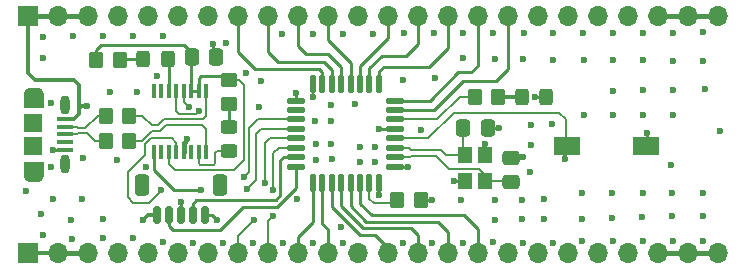
<source format=gbr>
%TF.GenerationSoftware,KiCad,Pcbnew,8.0.5*%
%TF.CreationDate,2024-12-22T00:31:45-07:00*%
%TF.ProjectId,2024_11_STM32F303_DaisyShape_v1_3,32303234-5f31-4315-9f53-544d33324633,rev?*%
%TF.SameCoordinates,Original*%
%TF.FileFunction,Copper,L1,Top*%
%TF.FilePolarity,Positive*%
%FSLAX46Y46*%
G04 Gerber Fmt 4.6, Leading zero omitted, Abs format (unit mm)*
G04 Created by KiCad (PCBNEW 8.0.5) date 2024-12-22 00:31:45*
%MOMM*%
%LPD*%
G01*
G04 APERTURE LIST*
G04 Aperture macros list*
%AMRoundRect*
0 Rectangle with rounded corners*
0 $1 Rounding radius*
0 $2 $3 $4 $5 $6 $7 $8 $9 X,Y pos of 4 corners*
0 Add a 4 corners polygon primitive as box body*
4,1,4,$2,$3,$4,$5,$6,$7,$8,$9,$2,$3,0*
0 Add four circle primitives for the rounded corners*
1,1,$1+$1,$2,$3*
1,1,$1+$1,$4,$5*
1,1,$1+$1,$6,$7*
1,1,$1+$1,$8,$9*
0 Add four rect primitives between the rounded corners*
20,1,$1+$1,$2,$3,$4,$5,0*
20,1,$1+$1,$4,$5,$6,$7,0*
20,1,$1+$1,$6,$7,$8,$9,0*
20,1,$1+$1,$8,$9,$2,$3,0*%
G04 Aperture macros list end*
%TA.AperFunction,EtchedComponent*%
%ADD10C,0.010000*%
%TD*%
%TA.AperFunction,SMDPad,CuDef*%
%ADD11RoundRect,0.250000X0.450000X-0.325000X0.450000X0.325000X-0.450000X0.325000X-0.450000X-0.325000X0*%
%TD*%
%TA.AperFunction,SMDPad,CuDef*%
%ADD12RoundRect,0.250000X0.350000X0.450000X-0.350000X0.450000X-0.350000X-0.450000X0.350000X-0.450000X0*%
%TD*%
%TA.AperFunction,SMDPad,CuDef*%
%ADD13RoundRect,0.250000X0.325000X0.450000X-0.325000X0.450000X-0.325000X-0.450000X0.325000X-0.450000X0*%
%TD*%
%TA.AperFunction,SMDPad,CuDef*%
%ADD14RoundRect,0.250000X-0.475000X0.337500X-0.475000X-0.337500X0.475000X-0.337500X0.475000X0.337500X0*%
%TD*%
%TA.AperFunction,SMDPad,CuDef*%
%ADD15R,1.200000X1.400000*%
%TD*%
%TA.AperFunction,SMDPad,CuDef*%
%ADD16RoundRect,0.250000X0.337500X0.475000X-0.337500X0.475000X-0.337500X-0.475000X0.337500X-0.475000X0*%
%TD*%
%TA.AperFunction,SMDPad,CuDef*%
%ADD17RoundRect,0.250000X0.450000X-0.350000X0.450000X0.350000X-0.450000X0.350000X-0.450000X-0.350000X0*%
%TD*%
%TA.AperFunction,SMDPad,CuDef*%
%ADD18RoundRect,0.250000X-0.337500X-0.475000X0.337500X-0.475000X0.337500X0.475000X-0.337500X0.475000X0*%
%TD*%
%TA.AperFunction,SMDPad,CuDef*%
%ADD19RoundRect,0.125000X0.625000X0.125000X-0.625000X0.125000X-0.625000X-0.125000X0.625000X-0.125000X0*%
%TD*%
%TA.AperFunction,SMDPad,CuDef*%
%ADD20RoundRect,0.125000X0.125000X0.625000X-0.125000X0.625000X-0.125000X-0.625000X0.125000X-0.625000X0*%
%TD*%
%TA.AperFunction,SMDPad,CuDef*%
%ADD21R,1.350000X0.400000*%
%TD*%
%TA.AperFunction,ComponentPad*%
%ADD22O,0.800000X1.600000*%
%TD*%
%TA.AperFunction,ComponentPad*%
%ADD23O,1.500000X0.750000*%
%TD*%
%TA.AperFunction,SMDPad,CuDef*%
%ADD24R,1.550000X1.500000*%
%TD*%
%TA.AperFunction,SMDPad,CuDef*%
%ADD25R,0.400000X1.200000*%
%TD*%
%TA.AperFunction,ComponentPad*%
%ADD26R,1.700000X1.700000*%
%TD*%
%TA.AperFunction,ComponentPad*%
%ADD27O,1.700000X1.700000*%
%TD*%
%TA.AperFunction,SMDPad,CuDef*%
%ADD28R,2.300000X1.500000*%
%TD*%
%TA.AperFunction,SMDPad,CuDef*%
%ADD29RoundRect,0.250000X-0.350000X-0.450000X0.350000X-0.450000X0.350000X0.450000X-0.350000X0.450000X0*%
%TD*%
%TA.AperFunction,SMDPad,CuDef*%
%ADD30RoundRect,0.150000X-0.150000X-0.625000X0.150000X-0.625000X0.150000X0.625000X-0.150000X0.625000X0*%
%TD*%
%TA.AperFunction,SMDPad,CuDef*%
%ADD31RoundRect,0.250000X-0.350000X-0.650000X0.350000X-0.650000X0.350000X0.650000X-0.350000X0.650000X0*%
%TD*%
%TA.AperFunction,ViaPad*%
%ADD32C,0.600000*%
%TD*%
%TA.AperFunction,Conductor*%
%ADD33C,0.254000*%
%TD*%
%TA.AperFunction,Conductor*%
%ADD34C,0.200000*%
%TD*%
%TA.AperFunction,Conductor*%
%ADD35C,0.381000*%
%TD*%
%TA.AperFunction,Conductor*%
%ADD36C,0.203200*%
%TD*%
%TA.AperFunction,Conductor*%
%ADD37C,0.304800*%
%TD*%
%TA.AperFunction,Conductor*%
%ADD38C,0.152400*%
%TD*%
G04 APERTURE END LIST*
D10*
%TO.C,J1*%
X107451000Y-49556000D02*
X107477000Y-49558000D01*
X107503000Y-49561000D01*
X107529000Y-49566000D01*
X107554000Y-49572000D01*
X107580000Y-49579000D01*
X107604000Y-49588000D01*
X107628000Y-49598000D01*
X107652000Y-49609000D01*
X107675000Y-49622000D01*
X107697000Y-49636000D01*
X107719000Y-49650000D01*
X107740000Y-49666000D01*
X107760000Y-49683000D01*
X107779000Y-49701000D01*
X107797000Y-49720000D01*
X107814000Y-49740000D01*
X107830000Y-49761000D01*
X107844000Y-49783000D01*
X107858000Y-49805000D01*
X107871000Y-49828000D01*
X107882000Y-49852000D01*
X107892000Y-49876000D01*
X107901000Y-49900000D01*
X107908000Y-49926000D01*
X107914000Y-49951000D01*
X107919000Y-49977000D01*
X107922000Y-50003000D01*
X107924000Y-50029000D01*
X107925000Y-50055000D01*
X107925000Y-51200000D01*
X106375000Y-51200000D01*
X106375000Y-50055000D01*
X106376000Y-50029000D01*
X106378000Y-50003000D01*
X106381000Y-49977000D01*
X106386000Y-49951000D01*
X106392000Y-49926000D01*
X106399000Y-49900000D01*
X106408000Y-49876000D01*
X106418000Y-49852000D01*
X106429000Y-49828000D01*
X106442000Y-49805000D01*
X106456000Y-49783000D01*
X106470000Y-49761000D01*
X106486000Y-49740000D01*
X106503000Y-49720000D01*
X106521000Y-49701000D01*
X106540000Y-49683000D01*
X106560000Y-49666000D01*
X106581000Y-49650000D01*
X106603000Y-49636000D01*
X106625000Y-49622000D01*
X106648000Y-49609000D01*
X106672000Y-49598000D01*
X106696000Y-49588000D01*
X106720000Y-49579000D01*
X106746000Y-49572000D01*
X106771000Y-49566000D01*
X106797000Y-49561000D01*
X106823000Y-49558000D01*
X106849000Y-49556000D01*
X106875000Y-49555000D01*
X107425000Y-49555000D01*
X107451000Y-49556000D01*
%TA.AperFunction,EtchedComponent*%
G36*
X107451000Y-49556000D02*
G01*
X107477000Y-49558000D01*
X107503000Y-49561000D01*
X107529000Y-49566000D01*
X107554000Y-49572000D01*
X107580000Y-49579000D01*
X107604000Y-49588000D01*
X107628000Y-49598000D01*
X107652000Y-49609000D01*
X107675000Y-49622000D01*
X107697000Y-49636000D01*
X107719000Y-49650000D01*
X107740000Y-49666000D01*
X107760000Y-49683000D01*
X107779000Y-49701000D01*
X107797000Y-49720000D01*
X107814000Y-49740000D01*
X107830000Y-49761000D01*
X107844000Y-49783000D01*
X107858000Y-49805000D01*
X107871000Y-49828000D01*
X107882000Y-49852000D01*
X107892000Y-49876000D01*
X107901000Y-49900000D01*
X107908000Y-49926000D01*
X107914000Y-49951000D01*
X107919000Y-49977000D01*
X107922000Y-50003000D01*
X107924000Y-50029000D01*
X107925000Y-50055000D01*
X107925000Y-51200000D01*
X106375000Y-51200000D01*
X106375000Y-50055000D01*
X106376000Y-50029000D01*
X106378000Y-50003000D01*
X106381000Y-49977000D01*
X106386000Y-49951000D01*
X106392000Y-49926000D01*
X106399000Y-49900000D01*
X106408000Y-49876000D01*
X106418000Y-49852000D01*
X106429000Y-49828000D01*
X106442000Y-49805000D01*
X106456000Y-49783000D01*
X106470000Y-49761000D01*
X106486000Y-49740000D01*
X106503000Y-49720000D01*
X106521000Y-49701000D01*
X106540000Y-49683000D01*
X106560000Y-49666000D01*
X106581000Y-49650000D01*
X106603000Y-49636000D01*
X106625000Y-49622000D01*
X106648000Y-49609000D01*
X106672000Y-49598000D01*
X106696000Y-49588000D01*
X106720000Y-49579000D01*
X106746000Y-49572000D01*
X106771000Y-49566000D01*
X106797000Y-49561000D01*
X106823000Y-49558000D01*
X106849000Y-49556000D01*
X106875000Y-49555000D01*
X107425000Y-49555000D01*
X107451000Y-49556000D01*
G37*
%TD.AperFunction*%
X107925000Y-56945000D02*
X107924000Y-56971000D01*
X107922000Y-56997000D01*
X107919000Y-57023000D01*
X107914000Y-57049000D01*
X107908000Y-57074000D01*
X107901000Y-57100000D01*
X107892000Y-57124000D01*
X107882000Y-57148000D01*
X107871000Y-57172000D01*
X107858000Y-57195000D01*
X107844000Y-57217000D01*
X107830000Y-57239000D01*
X107814000Y-57260000D01*
X107797000Y-57280000D01*
X107779000Y-57299000D01*
X107760000Y-57317000D01*
X107740000Y-57334000D01*
X107719000Y-57350000D01*
X107697000Y-57364000D01*
X107675000Y-57378000D01*
X107652000Y-57391000D01*
X107628000Y-57402000D01*
X107604000Y-57412000D01*
X107580000Y-57421000D01*
X107554000Y-57428000D01*
X107529000Y-57434000D01*
X107503000Y-57439000D01*
X107477000Y-57442000D01*
X107451000Y-57444000D01*
X107425000Y-57445000D01*
X106875000Y-57445000D01*
X106849000Y-57444000D01*
X106823000Y-57442000D01*
X106797000Y-57439000D01*
X106771000Y-57434000D01*
X106746000Y-57428000D01*
X106720000Y-57421000D01*
X106696000Y-57412000D01*
X106672000Y-57402000D01*
X106648000Y-57391000D01*
X106625000Y-57378000D01*
X106603000Y-57364000D01*
X106581000Y-57350000D01*
X106560000Y-57334000D01*
X106540000Y-57317000D01*
X106521000Y-57299000D01*
X106503000Y-57280000D01*
X106486000Y-57260000D01*
X106470000Y-57239000D01*
X106456000Y-57217000D01*
X106442000Y-57195000D01*
X106429000Y-57172000D01*
X106418000Y-57148000D01*
X106408000Y-57124000D01*
X106399000Y-57100000D01*
X106392000Y-57074000D01*
X106386000Y-57049000D01*
X106381000Y-57023000D01*
X106378000Y-56997000D01*
X106376000Y-56971000D01*
X106375000Y-56945000D01*
X106375000Y-55800000D01*
X107925000Y-55800000D01*
X107925000Y-56945000D01*
%TA.AperFunction,EtchedComponent*%
G36*
X107925000Y-56945000D02*
G01*
X107924000Y-56971000D01*
X107922000Y-56997000D01*
X107919000Y-57023000D01*
X107914000Y-57049000D01*
X107908000Y-57074000D01*
X107901000Y-57100000D01*
X107892000Y-57124000D01*
X107882000Y-57148000D01*
X107871000Y-57172000D01*
X107858000Y-57195000D01*
X107844000Y-57217000D01*
X107830000Y-57239000D01*
X107814000Y-57260000D01*
X107797000Y-57280000D01*
X107779000Y-57299000D01*
X107760000Y-57317000D01*
X107740000Y-57334000D01*
X107719000Y-57350000D01*
X107697000Y-57364000D01*
X107675000Y-57378000D01*
X107652000Y-57391000D01*
X107628000Y-57402000D01*
X107604000Y-57412000D01*
X107580000Y-57421000D01*
X107554000Y-57428000D01*
X107529000Y-57434000D01*
X107503000Y-57439000D01*
X107477000Y-57442000D01*
X107451000Y-57444000D01*
X107425000Y-57445000D01*
X106875000Y-57445000D01*
X106849000Y-57444000D01*
X106823000Y-57442000D01*
X106797000Y-57439000D01*
X106771000Y-57434000D01*
X106746000Y-57428000D01*
X106720000Y-57421000D01*
X106696000Y-57412000D01*
X106672000Y-57402000D01*
X106648000Y-57391000D01*
X106625000Y-57378000D01*
X106603000Y-57364000D01*
X106581000Y-57350000D01*
X106560000Y-57334000D01*
X106540000Y-57317000D01*
X106521000Y-57299000D01*
X106503000Y-57280000D01*
X106486000Y-57260000D01*
X106470000Y-57239000D01*
X106456000Y-57217000D01*
X106442000Y-57195000D01*
X106429000Y-57172000D01*
X106418000Y-57148000D01*
X106408000Y-57124000D01*
X106399000Y-57100000D01*
X106392000Y-57074000D01*
X106386000Y-57049000D01*
X106381000Y-57023000D01*
X106378000Y-56997000D01*
X106376000Y-56971000D01*
X106375000Y-56945000D01*
X106375000Y-55800000D01*
X107925000Y-55800000D01*
X107925000Y-56945000D01*
G37*
%TD.AperFunction*%
%TD*%
D11*
%TO.P,D5,1,K*%
%TO.N,Net-(D5-K)*%
X123700000Y-54900000D03*
%TO.P,D5,2,A*%
%TO.N,Net-(D5-A)*%
X123700000Y-52850000D03*
%TD*%
D12*
%TO.P,R4,1*%
%TO.N,Net-(D2-A)*%
X114490000Y-47175000D03*
%TO.P,R4,2*%
%TO.N,/MODE*%
X112490000Y-47175000D03*
%TD*%
D13*
%TO.P,D4,1,K*%
%TO.N,GND*%
X150550000Y-50300000D03*
%TO.P,D4,2,A*%
%TO.N,Net-(D4-A)*%
X148500000Y-50300000D03*
%TD*%
D14*
%TO.P,C19,1*%
%TO.N,GND*%
X147550000Y-55462500D03*
%TO.P,C19,2*%
%TO.N,/OSCIN*%
X147550000Y-57537500D03*
%TD*%
D15*
%TO.P,Y3,1,1*%
%TO.N,/OSCIN*%
X145350000Y-57475000D03*
%TO.P,Y3,2,2*%
%TO.N,GND*%
X145350000Y-55275000D03*
%TO.P,Y3,3,3*%
%TO.N,/OSCOUT*%
X143650000Y-55275000D03*
%TO.P,Y3,4,4*%
%TO.N,GND*%
X143650000Y-57475000D03*
%TD*%
D16*
%TO.P,C20,1*%
%TO.N,GND*%
X145637500Y-52975000D03*
%TO.P,C20,2*%
%TO.N,/OSCOUT*%
X143562500Y-52975000D03*
%TD*%
D17*
%TO.P,R9,1*%
%TO.N,Net-(D5-A)*%
X123675000Y-50925000D03*
%TO.P,R9,2*%
%TO.N,/MODE*%
X123675000Y-48925000D03*
%TD*%
D13*
%TO.P,D2,1,K*%
%TO.N,Net-(D2-K)*%
X118512500Y-47145000D03*
%TO.P,D2,2,A*%
%TO.N,Net-(D2-A)*%
X116462500Y-47145000D03*
%TD*%
D18*
%TO.P,C2,1*%
%TO.N,/MODE*%
X120562500Y-46900000D03*
%TO.P,C2,2*%
%TO.N,GND*%
X122637500Y-46900000D03*
%TD*%
D19*
%TO.P,U1,1,VDD*%
%TO.N,+3.3V*%
X137775000Y-56225000D03*
%TO.P,U1,2,PF0*%
%TO.N,/OSCIN*%
X137775000Y-55425000D03*
%TO.P,U1,3,PF1*%
%TO.N,/OSCOUT*%
X137775000Y-54625000D03*
%TO.P,U1,4,NRST*%
%TO.N,/RESET*%
X137775000Y-53825000D03*
%TO.P,U1,5,VDDA*%
%TO.N,+3.3V*%
X137775000Y-53025000D03*
%TO.P,U1,6,PA0*%
%TO.N,/USER_LED*%
X137775000Y-52225000D03*
%TO.P,U1,7,PA1*%
%TO.N,/PA1*%
X137775000Y-51425000D03*
%TO.P,U1,8,PA2*%
%TO.N,/PA2*%
X137775000Y-50625000D03*
D20*
%TO.P,U1,9,PA3*%
%TO.N,/PA3*%
X136400000Y-49250000D03*
%TO.P,U1,10,PA4*%
%TO.N,/PA4*%
X135600000Y-49250000D03*
%TO.P,U1,11,PA5*%
%TO.N,/PA5*%
X134800000Y-49250000D03*
%TO.P,U1,12,PA6*%
%TO.N,/PA6*%
X134000000Y-49250000D03*
%TO.P,U1,13,PA7*%
%TO.N,/PA7*%
X133200000Y-49250000D03*
%TO.P,U1,14,PB0*%
%TO.N,/PB0*%
X132400000Y-49250000D03*
%TO.P,U1,15,PB1*%
%TO.N,/PB1*%
X131600000Y-49250000D03*
%TO.P,U1,16,VSS*%
%TO.N,GND*%
X130800000Y-49250000D03*
D19*
%TO.P,U1,17,VDD*%
%TO.N,+3.3V*%
X129425000Y-50625000D03*
%TO.P,U1,18,PA8*%
%TO.N,/PA8*%
X129425000Y-51425000D03*
%TO.P,U1,19,PA9*%
%TO.N,/FTDI_RX*%
X129425000Y-52225000D03*
%TO.P,U1,20,PA10*%
%TO.N,/FTDI_TX*%
X129425000Y-53025000D03*
%TO.P,U1,21,PA11*%
%TO.N,/PA11*%
X129425000Y-53825000D03*
%TO.P,U1,22,PA12*%
%TO.N,/PA12*%
X129425000Y-54625000D03*
%TO.P,U1,23,PA13*%
%TO.N,/SWDIO*%
X129425000Y-55425000D03*
%TO.P,U1,24,PA14*%
%TO.N,/SWCLK*%
X129425000Y-56225000D03*
D20*
%TO.P,U1,25,PA15*%
%TO.N,/PA15*%
X130800000Y-57600000D03*
%TO.P,U1,26,PB3*%
%TO.N,/PB3*%
X131600000Y-57600000D03*
%TO.P,U1,27,PB4*%
%TO.N,/PB4*%
X132400000Y-57600000D03*
%TO.P,U1,28,PB5*%
%TO.N,/PB5*%
X133200000Y-57600000D03*
%TO.P,U1,29,PB6*%
%TO.N,/PB6*%
X134000000Y-57600000D03*
%TO.P,U1,30,PB7*%
%TO.N,/PB7*%
X134800000Y-57600000D03*
%TO.P,U1,31,BOOT0*%
%TO.N,Net-(U1-BOOT0)*%
X135600000Y-57600000D03*
%TO.P,U1,32,VSS*%
%TO.N,GND*%
X136400000Y-57600000D03*
%TD*%
D21*
%TO.P,J1,1,1*%
%TO.N,+5V*%
X109825000Y-52200000D03*
%TO.P,J1,2,2*%
%TO.N,/S-*%
X109825000Y-52850000D03*
%TO.P,J1,3,3*%
%TO.N,/S+*%
X109825000Y-53500000D03*
%TO.P,J1,4,4*%
%TO.N,unconnected-(J1-Pad4)*%
X109825000Y-54150000D03*
%TO.P,J1,5,5*%
%TO.N,GND*%
X109825000Y-54800000D03*
D22*
%TO.P,J1,S1,SHIELD*%
%TO.N,unconnected-(J1-SHIELD-PadS1)*%
X109850000Y-51000000D03*
%TO.P,J1,S2,SHIELD__1*%
%TO.N,unconnected-(J1-SHIELD__1-PadS2)*%
X109850000Y-56000000D03*
D23*
%TO.P,J1,S3,SHIELD__2*%
%TO.N,unconnected-(J1-SHIELD__2-PadS3)*%
X107150000Y-49975000D03*
D24*
%TO.P,J1,S4,SHIELD__3*%
%TO.N,unconnected-(J1-SHIELD__3-PadS4)*%
X107150000Y-52500000D03*
%TO.P,J1,S5,SHIELD__4*%
%TO.N,unconnected-(J1-SHIELD__4-PadS5)*%
X107150000Y-54500000D03*
D23*
%TO.P,J1,S6,SHIELD__5*%
%TO.N,unconnected-(J1-SHIELD__5-PadS6)*%
X107150000Y-57025000D03*
%TD*%
D25*
%TO.P,U2,1,TXD*%
%TO.N,/FTDI_TX*%
X117352500Y-55000000D03*
%TO.P,U2,2,~{RTS}*%
%TO.N,unconnected-(U2-~{RTS}-Pad2)*%
X117987500Y-55000000D03*
%TO.P,U2,3,VCCIO*%
%TO.N,/MODE*%
X118622500Y-55000000D03*
%TO.P,U2,4,RXD*%
%TO.N,/FTDI_RX*%
X119257500Y-55000000D03*
%TO.P,U2,5,GND*%
%TO.N,GND*%
X119892500Y-55000000D03*
%TO.P,U2,6,~{CTS}*%
%TO.N,unconnected-(U2-~{CTS}-Pad6)*%
X120527500Y-55000000D03*
%TO.P,U2,7,CBUS2*%
%TO.N,Net-(D5-K)*%
X121162500Y-55000000D03*
%TO.P,U2,8,USBDP*%
%TO.N,/FTDI_D+*%
X121797500Y-55000000D03*
%TO.P,U2,9,USBDM*%
%TO.N,/FTDI_D-*%
X121797500Y-49800000D03*
%TO.P,U2,10,3V3OUT*%
%TO.N,/MODE*%
X121162500Y-49800000D03*
%TO.P,U2,11,~{RESET}*%
X120527500Y-49800000D03*
%TO.P,U2,12,VCC*%
%TO.N,+5V*%
X119892500Y-49800000D03*
%TO.P,U2,13,GND*%
%TO.N,GND*%
X119257500Y-49800000D03*
%TO.P,U2,14,CBUS1*%
%TO.N,Net-(D2-K)*%
X118622500Y-49800000D03*
%TO.P,U2,15,CBUS0*%
%TO.N,unconnected-(U2-CBUS0-Pad15)*%
X117987500Y-49800000D03*
%TO.P,U2,16,CBUS3*%
%TO.N,unconnected-(U2-CBUS3-Pad16)*%
X117352500Y-49800000D03*
%TD*%
D26*
%TO.P,J4,1,Pin_1*%
%TO.N,+3.3V*%
X106675000Y-63495000D03*
D27*
%TO.P,J4,2,Pin_2*%
X109215000Y-63495000D03*
%TO.P,J4,3,Pin_3*%
X111755000Y-63495000D03*
%TO.P,J4,4,Pin_4*%
%TO.N,unconnected-(J4-Pin_4-Pad4)*%
X114295000Y-63495000D03*
%TO.P,J4,5,Pin_5*%
%TO.N,unconnected-(J4-Pin_5-Pad5)*%
X116835000Y-63495000D03*
%TO.P,J4,6,Pin_6*%
%TO.N,unconnected-(J4-Pin_6-Pad6)*%
X119375000Y-63495000D03*
%TO.P,J4,7,Pin_7*%
%TO.N,unconnected-(J4-Pin_7-Pad7)*%
X121915000Y-63495000D03*
%TO.P,J4,8,Pin_8*%
%TO.N,/PA11*%
X124455000Y-63495000D03*
%TO.P,J4,9,Pin_9*%
%TO.N,/PA12*%
X126995000Y-63495000D03*
%TO.P,J4,10,Pin_10*%
%TO.N,/PA15*%
X129535000Y-63495000D03*
%TO.P,J4,11,Pin_11*%
%TO.N,/PB3*%
X132075000Y-63495000D03*
%TO.P,J4,12,Pin_12*%
%TO.N,GND*%
X134615000Y-63495000D03*
%TO.P,J4,13,Pin_13*%
%TO.N,/PB4*%
X137155000Y-63495000D03*
%TO.P,J4,14,Pin_14*%
%TO.N,/PB5*%
X139695000Y-63495000D03*
%TO.P,J4,15,Pin_15*%
%TO.N,/PB6*%
X142235000Y-63495000D03*
%TO.P,J4,16,Pin_16*%
%TO.N,/PB7*%
X144775000Y-63495000D03*
%TO.P,J4,17,Pin_17*%
%TO.N,unconnected-(J4-Pin_17-Pad17)*%
X147315000Y-63495000D03*
%TO.P,J4,18,Pin_18*%
%TO.N,unconnected-(J4-Pin_18-Pad18)*%
X149855000Y-63495000D03*
%TO.P,J4,19,Pin_19*%
%TO.N,unconnected-(J4-Pin_19-Pad19)*%
X152395000Y-63495000D03*
%TO.P,J4,20,Pin_20*%
%TO.N,unconnected-(J4-Pin_20-Pad20)*%
X154935000Y-63495000D03*
%TO.P,J4,21,Pin_21*%
%TO.N,unconnected-(J4-Pin_21-Pad21)*%
X157475000Y-63495000D03*
%TO.P,J4,22,Pin_22*%
%TO.N,GND*%
X160015000Y-63495000D03*
%TO.P,J4,23,Pin_23*%
X162555000Y-63495000D03*
%TO.P,J4,24,Pin_24*%
X165095000Y-63495000D03*
%TD*%
D12*
%TO.P,R8,1*%
%TO.N,/FTDI_D-*%
X115275000Y-51900000D03*
%TO.P,R8,2*%
%TO.N,/S-*%
X113275000Y-51900000D03*
%TD*%
%TO.P,R6,1*%
%TO.N,GND*%
X139950000Y-59075000D03*
%TO.P,R6,2*%
%TO.N,Net-(U1-BOOT0)*%
X137950000Y-59075000D03*
%TD*%
D28*
%TO.P,SW2,1,A*%
%TO.N,GND*%
X159050000Y-54475000D03*
%TO.P,SW2,2,B*%
%TO.N,/RESET*%
X152350000Y-54475000D03*
%TD*%
D29*
%TO.P,R7,1*%
%TO.N,/S+*%
X113275000Y-54025000D03*
%TO.P,R7,2*%
%TO.N,/FTDI_D+*%
X115275000Y-54025000D03*
%TD*%
D26*
%TO.P,J5,1,Pin_1*%
%TO.N,+5V*%
X106675000Y-43495000D03*
D27*
%TO.P,J5,2,Pin_2*%
X109215000Y-43495000D03*
%TO.P,J5,3,Pin_3*%
X111755000Y-43495000D03*
%TO.P,J5,4,Pin_4*%
%TO.N,unconnected-(J5-Pin_4-Pad4)*%
X114295000Y-43495000D03*
%TO.P,J5,5,Pin_5*%
%TO.N,unconnected-(J5-Pin_5-Pad5)*%
X116835000Y-43495000D03*
%TO.P,J5,6,Pin_6*%
%TO.N,unconnected-(J5-Pin_6-Pad6)*%
X119375000Y-43495000D03*
%TO.P,J5,7,Pin_7*%
%TO.N,unconnected-(J5-Pin_7-Pad7)*%
X121915000Y-43495000D03*
%TO.P,J5,8,Pin_8*%
%TO.N,/PB1*%
X124455000Y-43495000D03*
%TO.P,J5,9,Pin_9*%
%TO.N,/PB0*%
X126995000Y-43495000D03*
%TO.P,J5,10,Pin_10*%
%TO.N,/PA7*%
X129535000Y-43495000D03*
%TO.P,J5,11,Pin_11*%
%TO.N,/PA6*%
X132075000Y-43495000D03*
%TO.P,J5,12,Pin_12*%
%TO.N,GND*%
X134615000Y-43495000D03*
%TO.P,J5,13,Pin_13*%
%TO.N,/PA5*%
X137155000Y-43495000D03*
%TO.P,J5,14,Pin_14*%
%TO.N,/PA4*%
X139695000Y-43495000D03*
%TO.P,J5,15,Pin_15*%
%TO.N,/PA3*%
X142235000Y-43495000D03*
%TO.P,J5,16,Pin_16*%
%TO.N,/PA2*%
X144775000Y-43495000D03*
%TO.P,J5,17,Pin_17*%
%TO.N,/PA1*%
X147315000Y-43495000D03*
%TO.P,J5,18,Pin_18*%
%TO.N,unconnected-(J5-Pin_18-Pad18)*%
X149855000Y-43495000D03*
%TO.P,J5,19,Pin_19*%
%TO.N,unconnected-(J5-Pin_19-Pad19)*%
X152395000Y-43495000D03*
%TO.P,J5,20,Pin_20*%
%TO.N,unconnected-(J5-Pin_20-Pad20)*%
X154935000Y-43495000D03*
%TO.P,J5,21,Pin_21*%
%TO.N,unconnected-(J5-Pin_21-Pad21)*%
X157475000Y-43495000D03*
%TO.P,J5,22,Pin_22*%
%TO.N,GND*%
X160015000Y-43495000D03*
%TO.P,J5,23,Pin_23*%
X162555000Y-43495000D03*
%TO.P,J5,24,Pin_24*%
X165095000Y-43495000D03*
%TD*%
D12*
%TO.P,R10,1*%
%TO.N,Net-(D4-A)*%
X146500000Y-50300000D03*
%TO.P,R10,2*%
%TO.N,/USER_LED*%
X144500000Y-50300000D03*
%TD*%
D30*
%TO.P,J3,1,Pin_1*%
%TO.N,+3.3V*%
X117650000Y-60275000D03*
%TO.P,J3,2,Pin_2*%
%TO.N,/SWCLK*%
X118650000Y-60275000D03*
%TO.P,J3,3,Pin_3*%
%TO.N,GND*%
X119650000Y-60275000D03*
%TO.P,J3,4,Pin_4*%
%TO.N,/SWDIO*%
X120650000Y-60275000D03*
%TO.P,J3,5,Pin_5*%
%TO.N,/RESET*%
X121650000Y-60275000D03*
D31*
%TO.P,J3,MP*%
%TO.N,N/C*%
X116350000Y-57750000D03*
X122950000Y-57750000D03*
%TD*%
D32*
%TO.N,GND*%
X108640000Y-56225000D03*
X153625000Y-62550000D03*
X136390000Y-58665000D03*
X161310000Y-51815000D03*
X146230000Y-60745000D03*
X108000000Y-47000000D03*
X123190000Y-62645000D03*
X118100000Y-62600000D03*
X113025000Y-62225000D03*
X130790000Y-62645000D03*
X132380000Y-54305000D03*
X146230000Y-47075000D03*
X121150000Y-51535000D03*
X143525000Y-44925000D03*
X114190000Y-55625000D03*
X156200000Y-44900000D03*
X161300000Y-44900000D03*
X110375000Y-60700000D03*
X158790000Y-58435000D03*
X108825000Y-58925000D03*
X143520000Y-47035000D03*
X117610000Y-48555000D03*
X130790000Y-50305000D03*
X139950000Y-53145000D03*
X141050000Y-44925000D03*
X108000000Y-45225000D03*
X145350000Y-54265000D03*
X148650000Y-44925000D03*
X163880000Y-60375000D03*
X120190000Y-53905000D03*
X163825000Y-44825000D03*
X138475000Y-48850000D03*
X163820000Y-58485000D03*
X156170000Y-58465000D03*
X130800000Y-44950000D03*
X111300000Y-58925000D03*
X110525000Y-45200000D03*
X134340000Y-50937500D03*
X161325000Y-47275000D03*
X158750000Y-62550000D03*
X115550000Y-62250000D03*
X119640000Y-59185000D03*
X133200000Y-61315000D03*
X149280000Y-52715000D03*
X148625000Y-47125000D03*
X108000000Y-61975000D03*
X136070000Y-55835000D03*
X156220000Y-51865000D03*
X151150000Y-47175000D03*
X142730000Y-57445000D03*
X138420000Y-62715000D03*
X153750000Y-47175000D03*
X148530000Y-59015000D03*
X153730000Y-51835000D03*
X136100000Y-54565000D03*
X148550000Y-60685000D03*
X153600000Y-60625000D03*
X161240000Y-60385000D03*
X125730000Y-62665000D03*
X156225000Y-62525000D03*
X106525000Y-58325000D03*
X150360000Y-58935000D03*
X126460000Y-48945000D03*
X107825000Y-60250000D03*
X149280000Y-54395000D03*
X149230000Y-56655000D03*
X148600000Y-62645000D03*
X135925000Y-44950000D03*
X158725000Y-49775000D03*
X116680000Y-56245000D03*
X125130000Y-48265000D03*
X148590000Y-55385000D03*
X108625000Y-50825000D03*
X115550000Y-45150000D03*
X143390000Y-59065000D03*
X158690000Y-60495000D03*
X132330000Y-51005000D03*
X126280000Y-51165000D03*
X150400000Y-60665000D03*
X153600000Y-58485000D03*
X156225000Y-47225000D03*
X146550000Y-52955000D03*
X151120000Y-62665000D03*
X141120000Y-48755000D03*
X164000000Y-49675000D03*
X113050000Y-60650000D03*
X132350000Y-52395000D03*
X140920000Y-62645000D03*
X111325000Y-55450000D03*
X118100000Y-45125000D03*
X128225000Y-44975000D03*
X156200000Y-49825000D03*
X153675000Y-44900000D03*
X146100000Y-44900000D03*
X131080000Y-55655000D03*
X165300000Y-53175000D03*
X128280000Y-62725000D03*
X120650000Y-62675000D03*
X143490000Y-62665000D03*
X161190000Y-58485000D03*
X146020000Y-62615000D03*
X131050000Y-54325000D03*
X138525000Y-44925000D03*
X140860000Y-59065000D03*
X151090000Y-52605000D03*
X161150000Y-56075000D03*
X115950000Y-49885000D03*
X133350000Y-44950000D03*
X113025000Y-45125000D03*
X123480000Y-45715000D03*
X108830000Y-54815000D03*
X122390000Y-45865000D03*
X151125000Y-44900000D03*
X158775000Y-47225000D03*
X159080000Y-53405000D03*
X133340000Y-62715000D03*
X156150000Y-60535000D03*
X134770000Y-54585000D03*
X146230000Y-59085000D03*
X163875000Y-47300000D03*
X132410000Y-55605000D03*
X161275000Y-49750000D03*
X163850000Y-62525000D03*
X134830000Y-55815000D03*
X110400000Y-62325000D03*
X158770000Y-51855000D03*
X113620000Y-49885000D03*
X129500000Y-59000000D03*
X158775000Y-44875000D03*
X149660000Y-50305000D03*
X130990000Y-52395000D03*
X161300000Y-62525000D03*
%TO.N,/RESET*%
X122700000Y-60725000D03*
X152150000Y-55575000D03*
%TO.N,+3.3V*%
X136450000Y-53050000D03*
X116425000Y-60725000D03*
X138850000Y-56225000D03*
X129425000Y-50025000D03*
%TO.N,/FTDI_RX*%
X117925000Y-58225000D03*
X124975000Y-57125000D03*
%TO.N,/PA11*%
X126725000Y-57600000D03*
X125800000Y-60750000D03*
%TO.N,+5V*%
X120290000Y-51135000D03*
X111725000Y-51075000D03*
%TO.N,/FTDI_TX*%
X125225000Y-58100000D03*
X121325000Y-58200000D03*
%TO.N,/PA12*%
X127400000Y-58200000D03*
X127400000Y-60400000D03*
%TD*%
D33*
%TO.N,GND*%
X146550000Y-52955000D02*
X146530000Y-52975000D01*
D34*
X130800000Y-49250000D02*
X130800000Y-50295000D01*
D33*
X140860000Y-59065000D02*
X139960000Y-59065000D01*
X159080000Y-54445000D02*
X159050000Y-54475000D01*
X119640000Y-59185000D02*
X119640000Y-60265000D01*
X142760000Y-57475000D02*
X142730000Y-57445000D01*
D35*
X162555000Y-43495000D02*
X160015000Y-43495000D01*
D34*
X136400000Y-58655000D02*
X136390000Y-58665000D01*
D36*
X120940000Y-51745000D02*
X121150000Y-51535000D01*
D35*
X162555000Y-63495000D02*
X160015000Y-63495000D01*
D36*
X119257500Y-51502500D02*
X119500000Y-51745000D01*
D33*
X146530000Y-52975000D02*
X145637500Y-52975000D01*
X145350000Y-54265000D02*
X145350000Y-55275000D01*
X109810000Y-54815000D02*
X108830000Y-54815000D01*
D35*
X119892500Y-55000000D02*
X119892500Y-54202500D01*
D34*
X136400000Y-57600000D02*
X136400000Y-58655000D01*
D36*
X119257500Y-49800000D02*
X119257500Y-51502500D01*
D33*
X148512500Y-55462500D02*
X147550000Y-55462500D01*
D34*
X130800000Y-50295000D02*
X130790000Y-50305000D01*
D33*
X122390000Y-46652500D02*
X122637500Y-46900000D01*
X109825000Y-54800000D02*
X109810000Y-54815000D01*
D36*
X119500000Y-51745000D02*
X120940000Y-51745000D01*
D33*
X139960000Y-59065000D02*
X139950000Y-59075000D01*
D35*
X165095000Y-43495000D02*
X162555000Y-43495000D01*
D33*
X143650000Y-57475000D02*
X142760000Y-57475000D01*
X122390000Y-45865000D02*
X122390000Y-46652500D01*
X149665000Y-50300000D02*
X149660000Y-50305000D01*
X148590000Y-55385000D02*
X148512500Y-55462500D01*
X150550000Y-50300000D02*
X149665000Y-50300000D01*
X119640000Y-60265000D02*
X119650000Y-60275000D01*
D35*
X119892500Y-54202500D02*
X120190000Y-53905000D01*
X165095000Y-63495000D02*
X162555000Y-63495000D01*
D33*
X159080000Y-53405000D02*
X159080000Y-54445000D01*
D36*
%TO.N,/RESET*%
X152225000Y-54350000D02*
X152225000Y-52225000D01*
X152225000Y-52225000D02*
X151650000Y-51650000D01*
X151650000Y-51650000D02*
X142775000Y-51650000D01*
X142775000Y-51650000D02*
X140600000Y-53825000D01*
D37*
X152150000Y-54675000D02*
X152350000Y-54475000D01*
D33*
X122250000Y-60275000D02*
X122700000Y-60725000D01*
D36*
X137775000Y-53825000D02*
X140600000Y-53825000D01*
D33*
X121650000Y-60275000D02*
X122250000Y-60275000D01*
D36*
X152350000Y-54475000D02*
X152225000Y-54350000D01*
D37*
X152150000Y-55575000D02*
X152150000Y-54675000D01*
%TO.N,+3.3V*%
X116875000Y-60275000D02*
X117650000Y-60275000D01*
X106675000Y-63495000D02*
X109215000Y-63495000D01*
X116425000Y-60725000D02*
X116875000Y-60275000D01*
D33*
X137775000Y-56225000D02*
X138850000Y-56225000D01*
X137775000Y-53025000D02*
X136475000Y-53025000D01*
D35*
X111755000Y-63495000D02*
X109215000Y-63495000D01*
D33*
X129425000Y-50625000D02*
X129425000Y-50025000D01*
X136475000Y-53025000D02*
X136450000Y-53050000D01*
D38*
%TO.N,/OSCIN*%
X137775000Y-55425000D02*
X139000000Y-55425000D01*
D36*
X145350000Y-57475000D02*
X147487500Y-57475000D01*
X147487500Y-57475000D02*
X147550000Y-57537500D01*
X144875000Y-56425000D02*
X142325000Y-56425000D01*
X141200000Y-55300000D02*
X139125000Y-55300000D01*
X145350000Y-56900000D02*
X144875000Y-56425000D01*
D38*
X139000000Y-55425000D02*
X139125000Y-55300000D01*
D36*
X145350000Y-57475000D02*
X145350000Y-56900000D01*
X142325000Y-56425000D02*
X141200000Y-55300000D01*
%TO.N,/OSCOUT*%
X141650000Y-54800000D02*
X142125000Y-55275000D01*
X143562500Y-52975000D02*
X143562500Y-55187500D01*
X142125000Y-55275000D02*
X143650000Y-55275000D01*
D38*
X138950000Y-54625000D02*
X139125000Y-54800000D01*
D36*
X143562500Y-55187500D02*
X143650000Y-55275000D01*
D38*
X137775000Y-54625000D02*
X138950000Y-54625000D01*
D36*
X139125000Y-54800000D02*
X141650000Y-54800000D01*
D38*
%TO.N,/FTDI_RX*%
X125400000Y-52975000D02*
X126150000Y-52225000D01*
X115150000Y-56700000D02*
X115150000Y-58825000D01*
X115600000Y-59275000D02*
X116925000Y-59275000D01*
X116600000Y-54325000D02*
X116600000Y-55250000D01*
X115150000Y-58825000D02*
X115600000Y-59275000D01*
X115150000Y-56700000D02*
X116600000Y-55250000D01*
X117925000Y-58275000D02*
X117925000Y-58225000D01*
X119257500Y-54182500D02*
X119257500Y-55000000D01*
X118900000Y-53825000D02*
X119257500Y-54182500D01*
X125400000Y-56700000D02*
X124975000Y-57125000D01*
X117100000Y-53825000D02*
X118900000Y-53825000D01*
X125400000Y-52975000D02*
X125400000Y-56700000D01*
X116925000Y-59275000D02*
X117925000Y-58275000D01*
X116600000Y-54325000D02*
X117100000Y-53825000D01*
X129425000Y-52225000D02*
X126150000Y-52225000D01*
%TO.N,/PA11*%
X124455000Y-62095000D02*
X124455000Y-63495000D01*
X129425000Y-53825000D02*
X127150000Y-53825000D01*
X127150000Y-53825000D02*
X126725000Y-54250000D01*
X125800000Y-60750000D02*
X124455000Y-62095000D01*
X126725000Y-54250000D02*
X126725000Y-57600000D01*
D37*
%TO.N,+5V*%
X111725000Y-51075000D02*
X111275000Y-51075000D01*
X109825000Y-52200000D02*
X110600000Y-52200000D01*
X111025000Y-51775000D02*
X111025000Y-51325000D01*
X107275000Y-48875000D02*
X110600000Y-48875000D01*
D36*
X119892500Y-50737500D02*
X120290000Y-51135000D01*
X119892500Y-49800000D02*
X119892500Y-50737500D01*
D37*
X110600000Y-52200000D02*
X111025000Y-51775000D01*
X106675000Y-48275000D02*
X107275000Y-48875000D01*
D35*
X111755000Y-43495000D02*
X109215000Y-43495000D01*
D37*
X106675000Y-43495000D02*
X106675000Y-48275000D01*
X111025000Y-49300000D02*
X110600000Y-48875000D01*
D35*
X109215000Y-43495000D02*
X106675000Y-43495000D01*
D37*
X111275000Y-51075000D02*
X111025000Y-51325000D01*
X111025000Y-51325000D02*
X111025000Y-49300000D01*
%TO.N,Net-(D4-A)*%
X148500000Y-50300000D02*
X146500000Y-50300000D01*
D38*
%TO.N,/FTDI_TX*%
X126400000Y-53025000D02*
X129425000Y-53025000D01*
X125975000Y-57350000D02*
X125225000Y-58100000D01*
X125975000Y-53450000D02*
X125975000Y-57350000D01*
D33*
X117352500Y-56477500D02*
X119075000Y-58200000D01*
X117352500Y-55000000D02*
X117352500Y-56477500D01*
X119075000Y-58200000D02*
X121325000Y-58200000D01*
D38*
X126400000Y-53025000D02*
X125975000Y-53450000D01*
D33*
%TO.N,/SWDIO*%
X120650000Y-60275000D02*
X120650000Y-59350000D01*
X127650000Y-59050000D02*
X128050000Y-58650000D01*
X120650000Y-59350000D02*
X120950000Y-59050000D01*
X128325000Y-55425000D02*
X129425000Y-55425000D01*
X128050000Y-58650000D02*
X128050000Y-55700000D01*
X120950000Y-59050000D02*
X127650000Y-59050000D01*
X128050000Y-55700000D02*
X128325000Y-55425000D01*
%TO.N,/SWCLK*%
X122975000Y-61575000D02*
X124925000Y-59625000D01*
X124925000Y-59625000D02*
X127800000Y-59625000D01*
X118650000Y-61250000D02*
X118975000Y-61575000D01*
X127800000Y-59625000D02*
X129425000Y-58000000D01*
X118650000Y-60275000D02*
X118650000Y-61250000D01*
X118975000Y-61575000D02*
X122975000Y-61575000D01*
X129425000Y-58000000D02*
X129425000Y-56225000D01*
D34*
%TO.N,/S-*%
X111550000Y-52950000D02*
X112600000Y-51900000D01*
X112600000Y-51900000D02*
X113275000Y-51900000D01*
X109825000Y-52850000D02*
X110837501Y-52850000D01*
X110837501Y-52850000D02*
X110937501Y-52950000D01*
X110937501Y-52950000D02*
X111550000Y-52950000D01*
%TO.N,/S+*%
X111700000Y-53400000D02*
X112325000Y-54025000D01*
X110937501Y-53400000D02*
X111700000Y-53400000D01*
X109825000Y-53500000D02*
X110837501Y-53500000D01*
X110837501Y-53500000D02*
X110937501Y-53400000D01*
X112325000Y-54025000D02*
X113275000Y-54025000D01*
D33*
%TO.N,/PB6*%
X134000000Y-57600000D02*
X134000000Y-59550000D01*
X142235000Y-61760000D02*
X142235000Y-63495000D01*
X141375000Y-60900000D02*
X142235000Y-61760000D01*
X135350000Y-60900000D02*
X141375000Y-60900000D01*
X134000000Y-59550000D02*
X135350000Y-60900000D01*
%TO.N,/PB5*%
X133200000Y-57600000D02*
X133200000Y-59575000D01*
X139100000Y-61450000D02*
X139695000Y-62045000D01*
X133200000Y-59575000D02*
X135075000Y-61450000D01*
X135075000Y-61450000D02*
X139100000Y-61450000D01*
X139695000Y-62045000D02*
X139695000Y-63495000D01*
%TO.N,/PB7*%
X144775000Y-61525000D02*
X144775000Y-63495000D01*
X135800000Y-60350000D02*
X143600000Y-60350000D01*
X143600000Y-60350000D02*
X144775000Y-61525000D01*
X134800000Y-59350000D02*
X135800000Y-60350000D01*
X134800000Y-57600000D02*
X134800000Y-59350000D01*
%TO.N,/PB4*%
X137155000Y-63130000D02*
X136050000Y-62025000D01*
X132400000Y-59600000D02*
X132400000Y-57600000D01*
X134825000Y-62025000D02*
X132400000Y-59600000D01*
X137155000Y-63495000D02*
X137155000Y-63130000D01*
X136050000Y-62025000D02*
X134825000Y-62025000D01*
%TO.N,/PA2*%
X143120000Y-48195000D02*
X144240000Y-48195000D01*
X140690000Y-50625000D02*
X143120000Y-48195000D01*
X144240000Y-48195000D02*
X144775000Y-47660000D01*
X144775000Y-47660000D02*
X144775000Y-43495000D01*
X137775000Y-50625000D02*
X140690000Y-50625000D01*
%TO.N,/PA6*%
X134000000Y-49250000D02*
X134000000Y-47450000D01*
X132075000Y-45525000D02*
X132075000Y-43495000D01*
X134000000Y-47450000D02*
X132075000Y-45525000D01*
%TO.N,/PA3*%
X136400000Y-48150000D02*
X136800000Y-47750000D01*
X140625000Y-47750000D02*
X142235000Y-46140000D01*
X142235000Y-46140000D02*
X142235000Y-43495000D01*
X136400000Y-49250000D02*
X136400000Y-48150000D01*
X136800000Y-47750000D02*
X140625000Y-47750000D01*
%TO.N,/PA5*%
X134800000Y-49250000D02*
X134800000Y-47725000D01*
X134800000Y-47725000D02*
X137155000Y-45370000D01*
X137155000Y-45370000D02*
X137155000Y-43495000D01*
%TO.N,/PA7*%
X133200000Y-47800000D02*
X132075000Y-46675000D01*
X130200000Y-46675000D02*
X129535000Y-46010000D01*
X129535000Y-46010000D02*
X129535000Y-43495000D01*
X133200000Y-49250000D02*
X133200000Y-47800000D01*
X132075000Y-46675000D02*
X130200000Y-46675000D01*
%TO.N,/PA1*%
X137775000Y-51425000D02*
X141090000Y-51425000D01*
X143560000Y-48955000D02*
X146330000Y-48955000D01*
X141090000Y-51425000D02*
X143560000Y-48955000D01*
X147315000Y-47970000D02*
X147315000Y-43495000D01*
X146330000Y-48955000D02*
X147315000Y-47970000D01*
%TO.N,/PB0*%
X131750000Y-47375000D02*
X127850000Y-47375000D01*
X127850000Y-47375000D02*
X126995000Y-46520000D01*
X132400000Y-49250000D02*
X132400000Y-48025000D01*
X132400000Y-48025000D02*
X131750000Y-47375000D01*
X126995000Y-46520000D02*
X126995000Y-43495000D01*
D38*
%TO.N,Net-(U1-BOOT0)*%
X135600000Y-57600000D02*
X135600000Y-58950000D01*
X135975000Y-59325000D02*
X137700000Y-59325000D01*
X137700000Y-59325000D02*
X137950000Y-59075000D01*
X135600000Y-58950000D02*
X135975000Y-59325000D01*
D33*
%TO.N,/PB1*%
X131600000Y-48250000D02*
X131325000Y-47975000D01*
X124450000Y-43500000D02*
X124455000Y-43495000D01*
X131325000Y-47975000D02*
X125900000Y-47975000D01*
X125900000Y-47975000D02*
X124450000Y-46525000D01*
X131600000Y-49250000D02*
X131600000Y-48250000D01*
X124450000Y-46525000D02*
X124450000Y-43500000D01*
%TO.N,/PA4*%
X136675000Y-46825000D02*
X138700000Y-46825000D01*
X138700000Y-46825000D02*
X139695000Y-45830000D01*
X135600000Y-47900000D02*
X136675000Y-46825000D01*
X139695000Y-45830000D02*
X139695000Y-43495000D01*
X135600000Y-49250000D02*
X135600000Y-47900000D01*
%TO.N,/PA15*%
X130800000Y-60900000D02*
X129535000Y-62165000D01*
X129535000Y-62165000D02*
X129535000Y-63495000D01*
X130800000Y-57600000D02*
X130800000Y-60900000D01*
%TO.N,/PB3*%
X131600000Y-61050000D02*
X132075000Y-61525000D01*
X131600000Y-57600000D02*
X131600000Y-61050000D01*
X132075000Y-61525000D02*
X132075000Y-63495000D01*
D36*
%TO.N,/USER_LED*%
X143275000Y-50300000D02*
X141350000Y-52225000D01*
X144500000Y-50300000D02*
X143275000Y-50300000D01*
X141350000Y-52225000D02*
X137775000Y-52225000D01*
D38*
%TO.N,/PA12*%
X127400000Y-55150000D02*
X127400000Y-58200000D01*
X127925000Y-54625000D02*
X127450000Y-55100000D01*
X126995000Y-60805000D02*
X126995000Y-63495000D01*
X127450000Y-55100000D02*
X127400000Y-55150000D01*
X129425000Y-54625000D02*
X127925000Y-54625000D01*
X127400000Y-60400000D02*
X126995000Y-60805000D01*
D33*
%TO.N,/MODE*%
X120527500Y-46935000D02*
X120562500Y-46900000D01*
X121350000Y-48525000D02*
X123275000Y-48525000D01*
D38*
X124575000Y-48925000D02*
X123675000Y-48925000D01*
D33*
X120562500Y-46617500D02*
X119910000Y-45965000D01*
X121162500Y-49800000D02*
X121162500Y-48712500D01*
X121162500Y-48712500D02*
X121350000Y-48525000D01*
X112880000Y-45965000D02*
X112490000Y-46355000D01*
X120527500Y-49800000D02*
X120527500Y-46935000D01*
X112490000Y-46355000D02*
X112490000Y-47175000D01*
D38*
X118622500Y-55000000D02*
X118622500Y-55972500D01*
X118622500Y-55972500D02*
X119125000Y-56475000D01*
X119125000Y-56475000D02*
X124175000Y-56475000D01*
D33*
X120562500Y-46900000D02*
X120562500Y-46617500D01*
X121162500Y-49800000D02*
X120527500Y-49800000D01*
D38*
X124950000Y-49300000D02*
X124575000Y-48925000D01*
X124175000Y-56475000D02*
X124950000Y-55700000D01*
D33*
X119910000Y-45965000D02*
X112880000Y-45965000D01*
D38*
X124950000Y-55700000D02*
X124950000Y-49300000D01*
D33*
X123275000Y-48525000D02*
X123675000Y-48925000D01*
%TO.N,Net-(D2-A)*%
X116462500Y-47145000D02*
X114520000Y-47145000D01*
X114520000Y-47145000D02*
X114490000Y-47175000D01*
%TO.N,Net-(D2-K)*%
X118622500Y-47255000D02*
X118512500Y-47145000D01*
X118622500Y-49800000D02*
X118622500Y-47255000D01*
D38*
%TO.N,Net-(D5-K)*%
X121162500Y-55937500D02*
X121162500Y-55000000D01*
X122500000Y-55950000D02*
X122400000Y-56050000D01*
X121275000Y-56050000D02*
X121162500Y-55937500D01*
X122400000Y-56050000D02*
X121275000Y-56050000D01*
X122500000Y-55075000D02*
X122500000Y-55950000D01*
X122675000Y-54900000D02*
X122500000Y-55075000D01*
X123700000Y-54900000D02*
X122675000Y-54900000D01*
D33*
%TO.N,Net-(D5-A)*%
X123700000Y-52850000D02*
X123700000Y-50950000D01*
X123700000Y-50950000D02*
X123675000Y-50925000D01*
D34*
%TO.N,/FTDI_D+*%
X116325001Y-54025000D02*
X117162501Y-53187500D01*
X121797500Y-53047500D02*
X121797500Y-55000000D01*
X117905700Y-53187500D02*
X118418200Y-52675000D01*
X118418200Y-52675000D02*
X121425000Y-52675000D01*
X117162501Y-53187500D02*
X117905700Y-53187500D01*
X115275000Y-54025000D02*
X116325001Y-54025000D01*
X121425000Y-52675000D02*
X121797500Y-53047500D01*
%TO.N,/FTDI_D-*%
X121797500Y-51902500D02*
X121797500Y-49800000D01*
X121475000Y-52225000D02*
X121797500Y-51902500D01*
X116325001Y-51900000D02*
X117162501Y-52737500D01*
X118231800Y-52225000D02*
X121475000Y-52225000D01*
X115275000Y-51900000D02*
X116325001Y-51900000D01*
X117719300Y-52737500D02*
X118231800Y-52225000D01*
X117162501Y-52737500D02*
X117719300Y-52737500D01*
%TD*%
M02*

</source>
